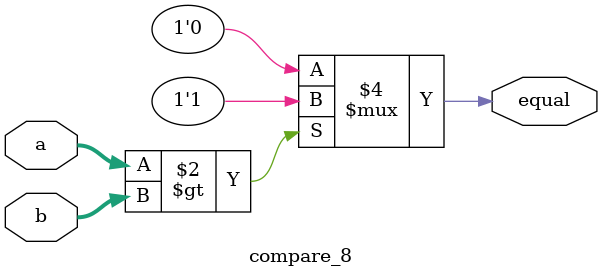
<source format=v>
module compare_8(equal, a, b);
	input [7:0]a, b;
	output equal;
	reg equal;
	
	always @(a or b)
		if(a > b)
			equal = 1;
		else
			equal = 0;
endmodule
</source>
